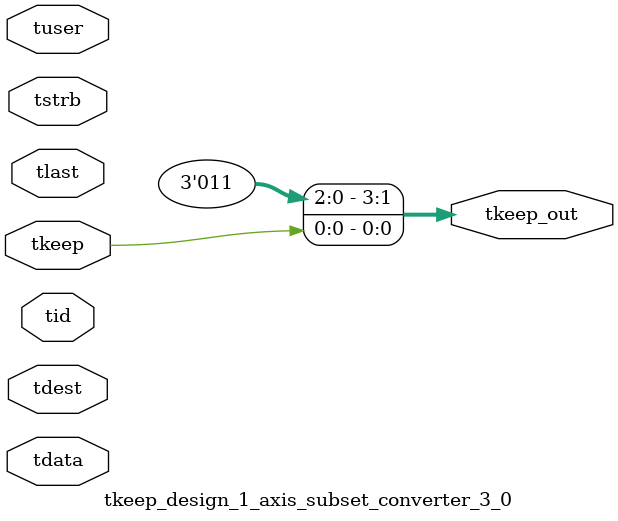
<source format=v>


`timescale 1ps/1ps

module tkeep_design_1_axis_subset_converter_3_0 #
(
parameter C_S_AXIS_TDATA_WIDTH = 32,
parameter C_S_AXIS_TUSER_WIDTH = 0,
parameter C_S_AXIS_TID_WIDTH   = 0,
parameter C_S_AXIS_TDEST_WIDTH = 0,
parameter C_M_AXIS_TDATA_WIDTH = 32
)
(
input  [(C_S_AXIS_TDATA_WIDTH == 0 ? 1 : C_S_AXIS_TDATA_WIDTH)-1:0     ] tdata,
input  [(C_S_AXIS_TUSER_WIDTH == 0 ? 1 : C_S_AXIS_TUSER_WIDTH)-1:0     ] tuser,
input  [(C_S_AXIS_TID_WIDTH   == 0 ? 1 : C_S_AXIS_TID_WIDTH)-1:0       ] tid,
input  [(C_S_AXIS_TDEST_WIDTH == 0 ? 1 : C_S_AXIS_TDEST_WIDTH)-1:0     ] tdest,
input  [(C_S_AXIS_TDATA_WIDTH/8)-1:0 ] tkeep,
input  [(C_S_AXIS_TDATA_WIDTH/8)-1:0 ] tstrb,
input                                                                    tlast,
output [(C_M_AXIS_TDATA_WIDTH/8)-1:0 ] tkeep_out
);

assign tkeep_out = {2'b11,tkeep[0:0]};

endmodule


</source>
